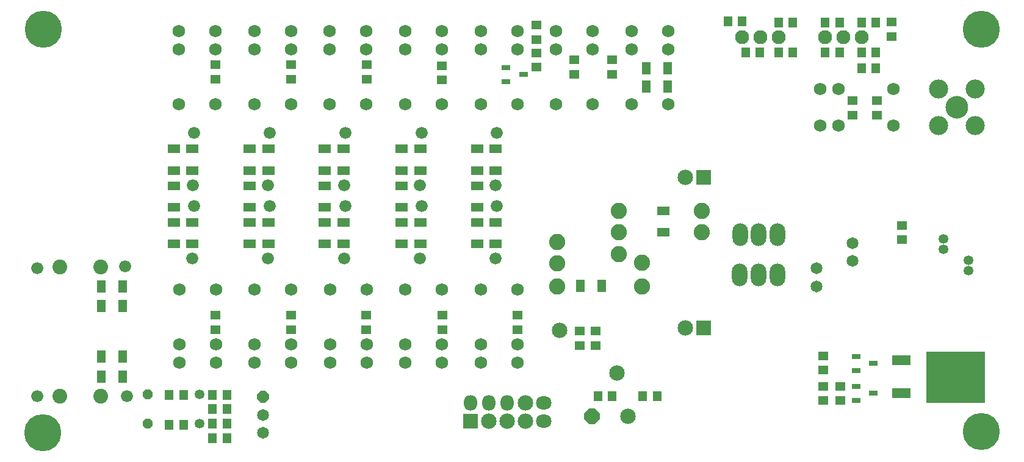
<source format=gbs>
G04*
G04 #@! TF.GenerationSoftware,Altium Limited,Altium Designer,21.2.1 (34)*
G04*
G04 Layer_Color=16711935*
%FSLAX25Y25*%
%MOIN*%
G70*
G04*
G04 #@! TF.SameCoordinates,AD134648-67B5-4B84-B7A5-465A691CB966*
G04*
G04*
G04 #@! TF.FilePolarity,Negative*
G04*
G01*
G75*
%ADD18R,0.04528X0.05512*%
%ADD20R,0.05512X0.04528*%
%ADD24R,0.06890X0.04528*%
%ADD27C,0.06890*%
%ADD28R,0.08465X0.08465*%
%ADD29O,0.08465X0.07284*%
%ADD30O,0.07284X0.08465*%
%ADD31C,0.08465*%
%ADD32C,0.05315*%
%ADD33C,0.08071*%
%ADD34C,0.06591*%
%ADD35P,0.05753X8X22.5*%
%ADD36P,0.07031X8X292.5*%
%ADD37C,0.06496*%
%ADD38C,0.08858*%
%ADD39C,0.20276*%
%ADD40C,0.07677*%
%ADD41P,0.09162X8X22.5*%
%ADD42O,0.08465X0.12402*%
%ADD43C,0.10433*%
%ADD44C,0.12402*%
%ADD94R,0.04528X0.06890*%
%ADD95R,0.04528X0.02953*%
%ADD96R,0.10433X0.05315*%
%ADD97R,0.32087X0.28150*%
D18*
X439075Y235925D02*
D03*
X446949D02*
D03*
X458760Y235925D02*
D03*
X466634D02*
D03*
X466634Y210925D02*
D03*
X458760D02*
D03*
X466732Y219488D02*
D03*
X458858D02*
D03*
X439075Y219488D02*
D03*
X446949D02*
D03*
X395472Y219488D02*
D03*
X403346D02*
D03*
X104396Y8803D02*
D03*
X112270D02*
D03*
X104396Y16630D02*
D03*
X112270D02*
D03*
X80610Y16142D02*
D03*
X88484D02*
D03*
X80610Y32382D02*
D03*
X88484D02*
D03*
X104396Y24555D02*
D03*
X112270D02*
D03*
X104396Y32382D02*
D03*
X112270D02*
D03*
X393701Y236713D02*
D03*
X385827D02*
D03*
X339370Y31496D02*
D03*
X347244D02*
D03*
X322638Y31496D02*
D03*
X314764D02*
D03*
X413484Y235925D02*
D03*
X421358D02*
D03*
X413484Y219488D02*
D03*
X421358D02*
D03*
D20*
X467322Y193346D02*
D03*
Y185472D02*
D03*
X453793D02*
D03*
Y193346D02*
D03*
X281211Y211549D02*
D03*
Y219423D02*
D03*
X437871Y29232D02*
D03*
Y37106D02*
D03*
Y53740D02*
D03*
Y45866D02*
D03*
X302024Y207694D02*
D03*
Y215568D02*
D03*
X322651Y207694D02*
D03*
Y215568D02*
D03*
X304921Y67224D02*
D03*
Y59350D02*
D03*
X313484Y67224D02*
D03*
Y59350D02*
D03*
X270909Y68119D02*
D03*
Y75993D02*
D03*
X147309Y68119D02*
D03*
Y75993D02*
D03*
X105995Y68119D02*
D03*
Y75993D02*
D03*
X147192Y212985D02*
D03*
Y205111D02*
D03*
X281211Y226811D02*
D03*
Y234685D02*
D03*
X188507Y212985D02*
D03*
Y205111D02*
D03*
X229460Y212483D02*
D03*
Y204609D02*
D03*
X229755Y68119D02*
D03*
Y75993D02*
D03*
X188399Y68119D02*
D03*
Y75993D02*
D03*
X105949Y212985D02*
D03*
Y205111D02*
D03*
X480905Y117224D02*
D03*
Y125098D02*
D03*
X447272Y29232D02*
D03*
Y37106D02*
D03*
X475098Y236221D02*
D03*
Y228346D02*
D03*
D24*
X350590Y121260D02*
D03*
Y133071D02*
D03*
X93405Y114862D02*
D03*
Y126673D02*
D03*
X83268Y114961D02*
D03*
Y126772D02*
D03*
Y166831D02*
D03*
Y155020D02*
D03*
Y146801D02*
D03*
Y134990D02*
D03*
X93405Y155020D02*
D03*
Y166831D02*
D03*
X124705D02*
D03*
Y155020D02*
D03*
X135039Y114862D02*
D03*
Y126673D02*
D03*
X124705Y114897D02*
D03*
Y126708D02*
D03*
X124705Y146801D02*
D03*
Y134990D02*
D03*
X135039Y155020D02*
D03*
Y166831D02*
D03*
X165748D02*
D03*
Y155020D02*
D03*
Y114897D02*
D03*
Y126708D02*
D03*
X176083Y114862D02*
D03*
Y126673D02*
D03*
X165748Y146801D02*
D03*
Y134990D02*
D03*
X176083Y155020D02*
D03*
Y166831D02*
D03*
X207579D02*
D03*
Y155020D02*
D03*
Y114897D02*
D03*
Y126708D02*
D03*
X217815Y114862D02*
D03*
Y126673D02*
D03*
X207579Y146801D02*
D03*
Y134990D02*
D03*
X217815Y155020D02*
D03*
Y166831D02*
D03*
X248917Y114897D02*
D03*
Y126708D02*
D03*
X258858Y114897D02*
D03*
Y126708D02*
D03*
X248917Y146801D02*
D03*
Y134990D02*
D03*
X248917Y166831D02*
D03*
Y155020D02*
D03*
X258858D02*
D03*
Y166831D02*
D03*
D27*
X476241Y179528D02*
D03*
X446260D02*
D03*
X476241Y199528D02*
D03*
X446260D02*
D03*
X436241D02*
D03*
Y179528D02*
D03*
X291969Y191299D02*
D03*
Y221281D02*
D03*
X311969Y191299D02*
D03*
Y221281D02*
D03*
Y231299D02*
D03*
X291969D02*
D03*
X333120Y191299D02*
D03*
Y221281D02*
D03*
X353120Y191299D02*
D03*
Y221281D02*
D03*
Y231299D02*
D03*
X333120D02*
D03*
X168333Y191299D02*
D03*
Y221281D02*
D03*
X188333Y191299D02*
D03*
Y221281D02*
D03*
Y231299D02*
D03*
X168333D02*
D03*
X85892D02*
D03*
X105892D02*
D03*
Y221281D02*
D03*
Y191299D02*
D03*
X85892Y221281D02*
D03*
Y191299D02*
D03*
X270970Y90119D02*
D03*
Y60138D02*
D03*
X250970Y90119D02*
D03*
Y60138D02*
D03*
Y50119D02*
D03*
X270970D02*
D03*
X229750Y90119D02*
D03*
Y60138D02*
D03*
X209750Y90119D02*
D03*
Y60138D02*
D03*
Y50119D02*
D03*
X229750D02*
D03*
X188530Y90119D02*
D03*
Y60138D02*
D03*
X168529Y90119D02*
D03*
Y60138D02*
D03*
Y50119D02*
D03*
X188530D02*
D03*
X147309Y90119D02*
D03*
Y60138D02*
D03*
X127309Y90119D02*
D03*
Y60138D02*
D03*
Y50119D02*
D03*
X147309D02*
D03*
X106089Y90119D02*
D03*
Y60138D02*
D03*
X86089Y90119D02*
D03*
Y60138D02*
D03*
Y50119D02*
D03*
X106089D02*
D03*
X250774Y191299D02*
D03*
Y221281D02*
D03*
X270774Y191299D02*
D03*
Y221281D02*
D03*
Y231299D02*
D03*
X250774D02*
D03*
X209553Y191299D02*
D03*
Y221281D02*
D03*
X229553Y191299D02*
D03*
Y221281D02*
D03*
Y231299D02*
D03*
X209553D02*
D03*
X127112Y191299D02*
D03*
Y221281D02*
D03*
X147112Y191299D02*
D03*
Y221281D02*
D03*
Y231299D02*
D03*
X127112D02*
D03*
D28*
X245216Y18110D02*
D03*
X372453Y151378D02*
D03*
X372453Y68996D02*
D03*
D29*
X285216Y28110D02*
D03*
Y18110D02*
D03*
D30*
X265216Y28110D02*
D03*
X245216D02*
D03*
X255217D02*
D03*
D31*
X275217D02*
D03*
Y18110D02*
D03*
X255217D02*
D03*
X265216D02*
D03*
X325295Y44193D02*
D03*
X293898Y67618D02*
D03*
X362453Y151378D02*
D03*
X362453Y68996D02*
D03*
X331299Y20571D02*
D03*
D32*
X503488Y117653D02*
D03*
X503445Y112008D02*
D03*
X517268Y105842D02*
D03*
X517224Y100197D02*
D03*
X97244Y16634D02*
D03*
X97244Y32579D02*
D03*
D33*
X20768Y102264D02*
D03*
Y31693D02*
D03*
X43406D02*
D03*
Y102264D02*
D03*
D34*
X8465Y31693D02*
D03*
X57677D02*
D03*
X56693Y102559D02*
D03*
X8465Y101575D02*
D03*
X176149Y106849D02*
D03*
X176915Y135592D02*
D03*
X217750Y106849D02*
D03*
X218516Y135592D02*
D03*
X134744Y106848D02*
D03*
X135510Y135592D02*
D03*
X258794Y106849D02*
D03*
X259559Y135592D02*
D03*
X258794Y146907D02*
D03*
X259559Y175651D02*
D03*
X217750Y146907D02*
D03*
X218516Y175651D02*
D03*
X176149Y146907D02*
D03*
X176915Y175651D02*
D03*
X134744Y146907D02*
D03*
X135510Y175651D02*
D03*
X94171Y135592D02*
D03*
X93405Y106848D02*
D03*
X94270Y175651D02*
D03*
X93504Y146907D02*
D03*
D35*
X68996Y16634D02*
D03*
X68996Y32579D02*
D03*
D36*
X131947Y31179D02*
D03*
D37*
Y21336D02*
D03*
Y11494D02*
D03*
X453937Y115354D02*
D03*
Y105512D02*
D03*
X434252Y91732D02*
D03*
Y101575D02*
D03*
D38*
X371457Y133071D02*
D03*
Y121260D02*
D03*
X338976Y91732D02*
D03*
Y104528D02*
D03*
X326181Y109449D02*
D03*
Y121260D02*
D03*
Y133071D02*
D03*
X292520Y91732D02*
D03*
Y104232D02*
D03*
Y116043D02*
D03*
D39*
X11713Y11811D02*
D03*
X11811Y232283D02*
D03*
X524311Y12205D02*
D03*
X524311Y232283D02*
D03*
D40*
X438878Y227854D02*
D03*
X448878D02*
D03*
X458878D02*
D03*
X393480Y227854D02*
D03*
X403480D02*
D03*
X413480D02*
D03*
D41*
X311614Y20571D02*
D03*
D42*
X412980Y119882D02*
D03*
X402744D02*
D03*
X392508D02*
D03*
X392323Y97933D02*
D03*
X402559D02*
D03*
X412795D02*
D03*
D43*
X500925Y199764D02*
D03*
Y179764D02*
D03*
X520925D02*
D03*
Y199764D02*
D03*
D44*
X510925Y189764D02*
D03*
D94*
X341142Y210831D02*
D03*
X352953D02*
D03*
X341142Y201083D02*
D03*
X352953D02*
D03*
X305217Y91929D02*
D03*
X317028D02*
D03*
X55264Y42224D02*
D03*
X43453D02*
D03*
X55264Y53347D02*
D03*
X43453D02*
D03*
X55264Y80905D02*
D03*
X43453D02*
D03*
X55264Y91536D02*
D03*
X43453D02*
D03*
D95*
X274168Y207528D02*
D03*
X264720Y211268D02*
D03*
Y203788D02*
D03*
X465324Y49508D02*
D03*
X455875Y53248D02*
D03*
Y45768D02*
D03*
X465324Y33169D02*
D03*
X455875Y36909D02*
D03*
Y29429D02*
D03*
D96*
X480610Y33307D02*
D03*
Y51339D02*
D03*
D97*
X510138Y42028D02*
D03*
M02*

</source>
